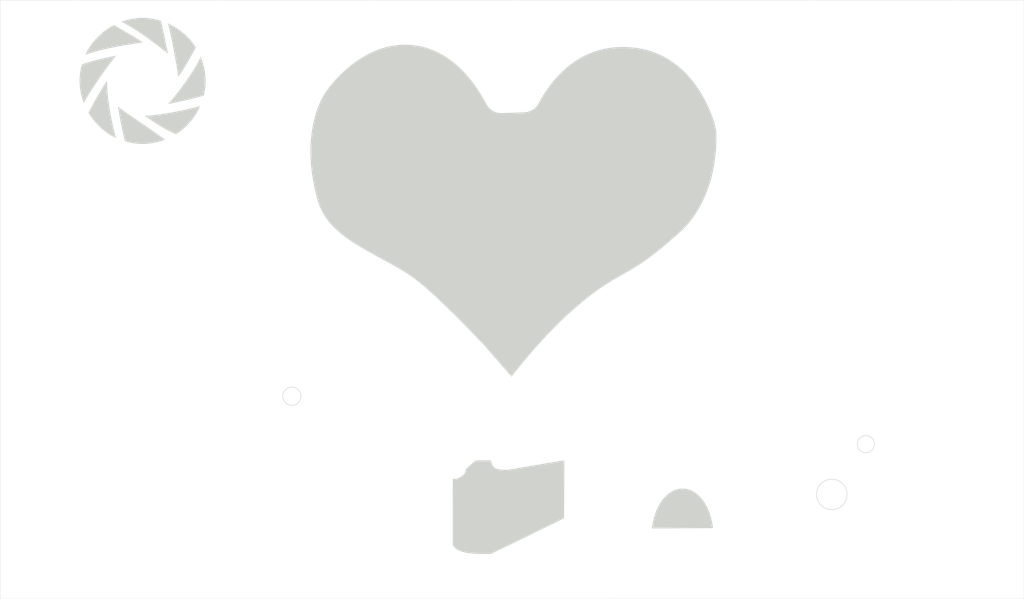
<source format=kicad_pcb>
(kicad_pcb
	(version 20241229)
	(generator "pcbnew")
	(generator_version "9.0")
	(general
		(thickness 1.6)
		(legacy_teardrops no)
	)
	(paper "A4")
	(layers
		(0 "F.Cu" signal)
		(2 "B.Cu" signal)
		(9 "F.Adhes" user "F.Adhesive")
		(11 "B.Adhes" user "B.Adhesive")
		(13 "F.Paste" user)
		(15 "B.Paste" user)
		(5 "F.SilkS" user "F.Silkscreen")
		(7 "B.SilkS" user "B.Silkscreen")
		(1 "F.Mask" user)
		(3 "B.Mask" user)
		(17 "Dwgs.User" user "User.Drawings")
		(19 "Cmts.User" user "User.Comments")
		(21 "Eco1.User" user "User.Eco1")
		(23 "Eco2.User" user "User.Eco2")
		(25 "Edge.Cuts" user)
		(27 "Margin" user)
		(31 "F.CrtYd" user "F.Courtyard")
		(29 "B.CrtYd" user "B.Courtyard")
		(35 "F.Fab" user)
		(33 "B.Fab" user)
		(39 "User.1" user)
		(41 "User.2" user)
		(43 "User.3" user)
		(45 "User.4" user)
	)
	(setup
		(pad_to_mask_clearance 0)
		(allow_soldermask_bridges_in_footprints no)
		(tenting front back)
		(pcbplotparams
			(layerselection 0x00000000_00000000_55555555_5755f5ff)
			(plot_on_all_layers_selection 0x00000000_00000000_00000000_00000000)
			(disableapertmacros no)
			(usegerberextensions yes)
			(usegerberattributes no)
			(usegerberadvancedattributes no)
			(creategerberjobfile no)
			(dashed_line_dash_ratio 12.000000)
			(dashed_line_gap_ratio 3.000000)
			(svgprecision 4)
			(plotframeref no)
			(mode 1)
			(useauxorigin no)
			(hpglpennumber 1)
			(hpglpenspeed 20)
			(hpglpendiameter 15.000000)
			(pdf_front_fp_property_popups yes)
			(pdf_back_fp_property_popups yes)
			(pdf_metadata yes)
			(pdf_single_document no)
			(dxfpolygonmode yes)
			(dxfimperialunits yes)
			(dxfusepcbnewfont yes)
			(psnegative no)
			(psa4output no)
			(plot_black_and_white yes)
			(plotinvisibletext no)
			(sketchpadsonfab no)
			(plotpadnumbers no)
			(hidednponfab no)
			(sketchdnponfab yes)
			(crossoutdnponfab yes)
			(subtractmaskfromsilk yes)
			(outputformat 1)
			(mirror no)
			(drillshape 0)
			(scaleselection 1)
			(outputdirectory "gerbers/")
		)
	)
	(net 0 "")
	(gr_poly
		(pts
			(xy 71.761219 52.337763) (xy 71.20413 52.034998) (xy 70.638361 51.709619) (xy 70.059498 51.35902)
			(xy 69.463129 50.980595) (xy 68.844839 50.571737) (xy 68.200218 50.129842) (xy 67.586781 49.70254)
			(xy 68.094185 49.677602) (xy 68.949656 49.613501) (xy 69.943777 49.501205) (xy 71.045781 49.346057)
			(xy 72.224902 49.153396) (xy 73.450373 48.928564) (xy 74.691429 48.6769) (xy 75.917303 48.403747)
			(xy 77.097229 48.114444) (xy 77.552588 47.998617) (xy 77.701821 47.962716) (xy 77.808139 47.939654)
			(xy 77.878581 47.928052) (xy 77.902547 47.926117) (xy 77.920183 47.926531) (xy 77.932369 47.92912)
			(xy 77.939984 47.933713) (xy 77.943908 47.940137) (xy 77.94502 47.94822) (xy 77.939118 47.969709)
			(xy 77.922231 48.010831) (xy 77.860422 48.14257) (xy 77.769433 48.324633) (xy 77.659105 48.538216)
			(xy 77.539276 48.764514) (xy 77.419787 48.984724) (xy 77.310478 49.180041) (xy 77.221187 49.33166)
			(xy 77.038682 49.61871) (xy 76.847496 49.901196) (xy 76.648167 50.178572) (xy 76.441229 50.450289)
			(xy 76.227219 50.715801) (xy 76.006673 50.97456) (xy 75.780127 51.226017) (xy 75.548118 51.469625)
			(xy 75.311181 51.704838) (xy 75.069853 51.931106) (xy 74.824669 52.147882) (xy 74.576166 52.354619)
			(xy 74.324879 52.550769) (xy 74.071346 52.735785) (xy 73.816102 52.909118) (xy 73.559682 53.070222)
			(xy 73.43103 53.147811) (xy 72.867004 52.885875) (xy 72.314039 52.62052)
		)
		(stroke
			(width 0)
			(type solid)
		)
		(fill yes)
		(layer "Edge.Cuts")
		(uuid "06659bb1-53dd-478a-bc67-506705cfa92c")
	)
	(gr_circle
		(center 196.025 120.475)
		(end 196.025 117.625)
		(stroke
			(width 0.1)
			(type solid)
		)
		(fill no)
		(layer "Edge.Cuts")
		(uuid "35015e23-6066-4ee6-a1c5-ca58f4a58116")
	)
	(gr_poly
		(pts
			(xy 67.906752 35.027737) (xy 67.025674 34.412642) (xy 66.181943 33.849403) (xy 65.366846 33.332068)
			(xy 64.571667 32.854682) (xy 63.787696 32.411292) (xy 63.604211 32.309172) (xy 63.451261 32.221197)
			(xy 63.391229 32.185446) (xy 63.34482 32.15675) (xy 63.314033 32.13628) (xy 63.305121 32.129498)
			(xy 63.300863 32.125211) (xy 63.300351 32.113785) (xy 63.311295 32.100408) (xy 63.365266 32.068336)
			(xy 63.458207 32.030073) (xy 63.585546 31.986693) (xy 63.742712 31.939272) (xy 63.925136 31.888887)
			(xy 64.347471 31.783527) (xy 64.815987 31.679217) (xy 65.294117 31.584565) (xy 65.745297 31.508177)
			(xy 65.949354 31.479522) (xy 66.132962 31.45866) (xy 66.44083 31.428233) (xy 66.641095 31.407132)
			(xy 66.757146 31.400878) (xy 66.9403 31.399379) (xy 67.170389 31.402037) (xy 67.427246 31.408257)
			(xy 67.690704 31.41744) (xy 67.940596 31.428991) (xy 68.156756 31.442313) (xy 68.319015 31.456808)
			(xy 68.587726 31.491273) (xy 68.866341 31.533362) (xy 69.149399 31.581973) (xy 69.431439 31.636005)
			(xy 69.706999 31.694356) (xy 69.970617 31.755924) (xy 70.216831 31.819609) (xy 70.440179 31.884308)
			(xy 70.653764 31.95019) (xy 70.787181 32.542724) (xy 71.166409 34.269309) (xy 71.542591 36.045484)
			(xy 71.826885 37.444145) (xy 71.906809 37.868437) (xy 71.930444 38.038185) (xy 71.928512 38.038744)
			(xy 71.923863 38.037156) (xy 71.90669 38.02774) (xy 71.879475 38.010347) (xy 71.842766 37.985383)
			(xy 71.743056 37.914376) (xy 71.611945 37.817978) (xy 71.453819 37.699451) (xy 71.273063 37.562056)
			(xy 71.074061 37.409055) (xy 70.861198 37.243708) (xy 69.8158 36.437317) (xy 68.83389 35.700644)
		)
		(stroke
			(width 0)
			(type solid)
		)
		(fill yes)
		(layer "Edge.Cuts")
		(uuid "4aece3a7-05e0-4ac8-9640-f6968e18f7fa")
	)
	(gr_poly
		(pts
			(xy 61.837455 32.746511) (xy 61.863868 32.7443) (xy 61.886866 32.746967) (xy 61.90785 32.753934)
			(xy 61.92822 32.764626) (xy 61.97272 32.794872) (xy 62.014274 32.821091) (xy 62.096942 32.870644)
			(xy 62.365825 33.028234) (xy 62.73978 33.244612) (xy 63.17922 33.496745) (xy 64.775665 34.425961)
			(xy 66.095978 35.225243) (xy 66.598803 35.542756) (xy 66.968058 35.787703) (xy 67.182229 35.946721)
			(xy 67.224436 35.989832) (xy 67.228143 36.001557) (xy 67.219804 36.00645) (xy 66.91205 36.043903)
			(xy 66.447009 36.109994) (xy 65.209541 36.3017) (xy 63.836354 36.52879) (xy 62.656403 36.738486)
			(xy 61.909235 36.884361) (xy 61.166 37.039541) (xy 60.43201 37.202736) (xy 59.712575 37.372651) (xy 59.013005 37.547996)
			(xy 58.338611 37.727477) (xy 57.694704 37.909803) (xy 57.086594 38.093682) (xy 56.54433 38.263411)
			(xy 56.578792 38.172065) (xy 56.712958 37.851598) (xy 56.876224 37.521548) (xy 57.066553 37.184183)
			(xy 57.28191 36.841768) (xy 57.520259 36.496569) (xy 57.779565 36.150854) (xy 58.057793 35.806889)
			(xy 58.352906 35.46694) (xy 58.662869 35.133273) (xy 58.985648 34.808156) (xy 59.319205 34.493854)
			(xy 59.661506 34.192633) (xy 60.010515 33.906761) (xy 60.364197 33.638504) (xy 60.720516 33.390128)
			(xy 61.077436 33.163899) (xy 61.335179 33.009074) (xy 61.528849 32.89454) (xy 61.66965 32.81568)
			(xy 61.723725 32.788184) (xy 61.768784 32.767876) (xy 61.806227 32.754177)
		)
		(stroke
			(width 0)
			(type solid)
		)
		(fill yes)
		(layer "Edge.Cuts")
		(uuid "52f82ef6-0ffe-4e9d-9381-ef29c5f0af01")
	)
	(gr_circle
		(center 202.392399 111.081094)
		(end 203.992399 111.081094)
		(stroke
			(width 0.1)
			(type solid)
		)
		(fill no)
		(layer "Edge.Cuts")
		(uuid "74ef0297-bc06-4436-ad1d-36693a7c5096")
	)
	(gr_poly
		(pts
			(xy 125.368878 130.231118) (xy 125.311394 130.14974) (xy 125.25712 130.063964) (xy 125.19629 129.956288)
			(xy 125.175 129.916357) (xy 125.175 123.329197) (xy 125.178965 119.915846) (xy 125.184457 118.702158)
			(xy 125.192739 117.778202) (xy 125.195983 117.588356) (xy 125.292546 117.574097) (xy 125.566529 117.540019)
			(xy 125.779505 117.522034) (xy 125.903206 117.506676) (xy 125.937318 117.49828) (xy 125.972163 117.49378)
			(xy 126.058118 117.468548) (xy 126.145095 117.447141) (xy 126.177478 117.43351) (xy 126.211185 117.423616)
			(xy 126.292126 117.385253) (xy 126.374692 117.3505) (xy 126.404541 117.331973) (xy 126.436289 117.316926)
			(xy 126.541872 117.25067) (xy 126.959166 116.965379) (xy 127.031966 116.911294) (xy 127.042847 116.904064)
			(xy 127.047676 116.899623) (xy 127.059225 116.891043) (xy 127.142143 116.812743) (xy 127.226202 116.735436)
			(xy 127.232719 116.727212) (xy 127.240343 116.720013) (xy 127.310049 116.629631) (xy 127.38092 116.540201)
			(xy 127.386066 116.531067) (xy 127.392475 116.522757) (xy 127.447193 116.422567) (xy 127.503193 116.323166)
			(xy 127.506849 116.313334) (xy 127.511876 116.304129) (xy 127.550229 116.196666) (xy 127.590009 116.089677)
			(xy 127.592083 116.079391) (xy 127.595607 116.069515) (xy 127.616683 115.95734) (xy 127.639229 115.84548)
			(xy 127.639668 115.835003) (xy 127.641605 115.824691) (xy 127.644872 115.710628) (xy 129.435898 114.104739)
			(xy 132.300358 114.086229) (xy 132.323066 114.128265) (xy 132.34625 114.179076) (xy 132.368474 114.237439)
			(xy 132.388576 114.301989) (xy 132.405644 114.371268) (xy 132.427489 114.489877) (xy 132.454863 114.611485)
			(xy 132.467418 114.647063) (xy 132.476003 114.683797) (xy 132.508809 114.764365) (xy 132.537755 114.846397)
			(xy 132.555718 114.879568) (xy 132.569946 114.914512) (xy 132.614951 114.988954) (xy 132.656373 115.065449)
			(xy 132.679308 115.095407) (xy 132.698825 115.127691) (xy 132.754919 115.194174) (xy 132.807799 115.263249)
			(xy 132.835136 115.289248) (xy 132.859464 115.318083) (xy 132.925268 115.374972) (xy 132.988304 115.434926)
			(xy 133.019376 115.456332) (xy 133.047911 115.481002) (xy 133.121804 115.526898) (xy 133.193441 115.576251)
			(xy 133.227468 115.592527) (xy 133.259522 115.612437) (xy 133.339708 115.646216) (xy 133.418163 115.683746)
			(xy 133.454321 115.6945) (xy 133.48909 115.709148) (xy 133.573553 115.729964) (xy 133.656932 115.754764)
			(xy 133.69433 115.759729) (xy 133.730961 115.768758) (xy 133.854656 115.784153) (xy 135.105345 115.890159)
			(xy 135.132037 115.891368) (xy 135.142918 115.892895) (xy 135.159311 115.892604) (xy 135.229867 115.895802)
			(xy 135.310833 115.889919) (xy 135.391987 115.888482) (xy 135.461963 115.87894) (xy 135.47832 115.877752)
			(xy 135.489023 115.87525) (xy 135.515494 115.871641) (xy 137.347588 115.548098) (xy 141.059664 114.92332)
			(xy 143.21489 114.561763) (xy 144.083582 114.416859) (xy 144.824832 114.294372) (xy 145.149807 114.241283)
			(xy 145.447647 114.193143) (xy 145.71754 114.150117) (xy 145.961373 114.111933) (xy 146.047873 114.098696)
			(xy 145.984148 124.938717) (xy 144.61354 125.618097) (xy 139.378353 128.177271) (xy 132.337249 131.6)
			(xy 130.824871 131.602462) (xy 130.134065 131.59513) (xy 129.500369 131.571172) (xy 128.914511 131.530745)
			(xy 128.367924 131.473414) (xy 128.124283 131.440434) (xy 127.885008 131.402721) (xy 127.657549 131.36142)
			(xy 127.442043 131.316723) (xy 127.238291 131.268783) (xy 127.046336 131.217836) (xy 126.866021 131.164099)
			(xy 126.697233 131.10783) (xy 126.539731 131.049278) (xy 126.393361 130.988752) (xy 126.257691 130.926474)
			(xy 126.132425 130.862744) (xy 126.016997 130.797733) (xy 125.910902 130.731635) (xy 125.813448 130.664504)
			(xy 125.723946 130.596342) (xy 125.64164 130.527025) (xy 125.565727 130.456286) (xy 125.495452 130.383758)
			(xy 125.430055 130.308907)
		)
		(stroke
			(width 0)
			(type solid)
		)
		(fill yes)
		(layer "Edge.Cuts")
		(uuid "85e24909-bf94-4ffb-ae7e-6ad1b651d5cd")
	)
	(gr_poly
		(pts
			(xy 55.449166 43.823582) (xy 55.434083 43.487799) (xy 55.428683 43.152715) (xy 55.432948 42.819008)
			(xy 55.446859 42.487357) (xy 55.470397 42.158439) (xy 55.503544 41.832934) (xy 55.546281 41.51152)
			(xy 55.598589 41.194874) (xy 55.66045 40.883675) (xy 55.731846 40.578601) (xy 55.812757 40.280331)
			(xy 55.871627 40.077925) (xy 56.425665 39.897876) (xy 56.954639 39.730206) (xy 57.48054 39.572364)
			(xy 58.012402 39.422026) (xy 58.559264 39.276866) (xy 59.130162 39.134558) (xy 59.734132 38.992777)
			(xy 60.380211 38.849199) (xy 61.077436 38.701496) (xy 62.256287 38.455698) (xy 62.256914 38.455546)
			(xy 62.257442 38.45551) (xy 62.257875 38.455588) (xy 62.258212 38.455776) (xy 62.258455 38.456073)
			(xy 62.258606 38.456476) (xy 62.258666 38.456982) (xy 62.258636 38.457589) (xy 62.258518 38.458295)
			(xy 62.258314 38.459096) (xy 62.258023 38.45999) (xy 62.257649 38.460974) (xy 62.257191 38.462047)
			(xy 62.256653 38.463205) (xy 62.255336 38.465769) (xy 62.253711 38.468643) (xy 62.251787 38.471809)
			(xy 62.249575 38.475246) (xy 62.247088 38.478933) (xy 62.244335 38.482851) (xy 62.241327 38.486979)
			(xy 62.238076 38.491296) (xy 62.234592 38.495782) (xy 61.43466 39.526151) (xy 60.648972 40.572725)
			(xy 59.881721 41.629426) (xy 59.137098 42.69018) (xy 58.419295 43.748909) (xy 57.732503 44.799536)
			(xy 57.080916 45.835987) (xy 56.468726 46.852183) (xy 56.368448 47.020174) (xy 56.284691 47.156098)
			(xy 56.251744 47.207689) (xy 56.22621 47.246047) (xy 56.209184 47.269434) (xy 56.204204 47.274969)
			(xy 56.201761 47.276111) (xy 56.184865 47.250298) (xy 56.162635 47.202406) (xy 56.135747 47.134713)
			(xy 56.104879 47.049497) (xy 56.033909 46.835607) (xy 55.955144 46.57896) (xy 55.874001 46.297777)
			(xy 55.795897 46.010282) (xy 55.72625 45.734698) (xy 55.670478 45.489248) (xy 55.6067 45.160143)
			(xy 55.552699 44.828345) (xy 55.508455 44.494534) (xy 55.47395 44.159386)
		)
		(stroke
			(width 0)
			(type solid)
		)
		(fill yes)
		(layer "Edge.Cuts")
		(uuid "9abe144b-1f6e-41b4-bb12-6f8adc7211b9")
	)
	(gr_poly
		(pts
			(xy 161.357553 37.379579) (xy 162.346436 37.671567) (xy 163.284333 38.016841) (xy 164.174473 38.411659)
			(xy 165.019784 38.852626) (xy 165.822665 39.336498) (xy 166.585049 39.860082) (xy 167.308364 40.420074)
			(xy 167.993773 41.013103) (xy 168.641995 41.635476) (xy 169.253572 42.283298) (xy 169.828924 42.952452)
			(xy 170.368337 43.63854) (xy 170.855101 44.31342) (xy 171.774289 45.755421) (xy 172.53664 47.159172)
			(xy 173.163452 48.510381) (xy 173.658972 49.764583) (xy 174.028028 50.874072) (xy 174.27546 51.783532)
			(xy 174.404793 52.411321) (xy 174.439763 52.716301) (xy 174.46123 53.855885) (xy 174.439993 55.041445)
			(xy 174.37749 56.180161) (xy 174.279498 57.244182) (xy 173.971722 59.323926) (xy 173.552282 61.198402)
			(xy 173.040225 62.902496) (xy 172.45847 64.440825) (xy 171.829674 65.817231) (xy 171.176413 67.034875)
			(xy 170.521407 68.096196) (xy 169.887632 69.003092) (xy 169.29838 69.75706) (xy 168.796296 70.337351)
			(xy 168.015197 71.1301) (xy 167.745966 71.36622) (xy 167.735799 71.375655) (xy 167.725197 71.384596)
			(xy 166.44982 72.522982) (xy 165.30177 73.518823) (xy 164.256757 74.396329) (xy 163.304978 75.166829)
			(xy 162.436317 75.841934) (xy 161.640167 76.43362) (xy 160.905084 76.954356) (xy 160.231794 77.408194)
			(xy 158.930881 78.224727) (xy 157.6671 78.960119) (xy 154.934563 80.52808) (xy 154.86884 80.568284)
			(xy 154.802815 80.607989) (xy 153.065176 81.720478) (xy 152.993675 81.769135) (xy 152.922017 81.817734)
			(xy 151.203436 83.055034) (xy 151.145 83.099646) (xy 151.0861 83.143708) (xy 149.396137 84.483469)
			(xy 149.347832 84.524021) (xy 149.298898 84.563754) (xy 147.647112 85.983622) (xy 147.606741 86.020344)
			(xy 147.565623 86.056142) (xy 145.961574 87.533771) (xy 145.927503 87.566971) (xy 145.892539 87.599304)
			(xy 144.345786 89.112341) (xy 144.316671 89.142465) (xy 144.286679 89.171706) (xy 142.806781 90.6978)
			(xy 142.781652 90.725211) (xy 142.755653 90.751775) (xy 141.352171 92.268574) (xy 141.330263 92.293625)
			(xy 141.307483 92.317897) (xy 139.989977 93.803053) (xy 139.970667 93.82609) (xy 139.950507 93.848403)
			(xy 138.728535 95.279563) (xy 138.703695 95.310364) (xy 138.677903 95.340381) (xy 136.558802 97.951313)
			(xy 136.529685 97.98932) (xy 136.499594 98.026554) (xy 136.155778 98.477292) (xy 131.100175 92.663181)
			(xy 131.051872 92.61068) (xy 131.004084 92.557565) (xy 129.471835 90.947714) (xy 129.460654 90.936607)
			(xy 129.45 90.925) (xy 127.793738 89.219077) (xy 127.781099 89.206768) (xy 127.769018 89.193897)
			(xy 125.749597 87.159657) (xy 125.731806 87.142713) (xy 125.714737 87.125081) (xy 123.504855 84.966784)
			(xy 123.486292 84.949644) (xy 123.468439 84.93178) (xy 122.346044 83.869944) (xy 122.329237 83.854913)
			(xy 122.31306 83.83918) (xy 121.207812 82.822927) (xy 121.185831 82.803824) (xy 121.164589 82.78391)
			(xy 120.098076 81.838775) (xy 120.06817 81.813734) (xy 120.039081 81.787774) (xy 119.032889 80.939287)
			(xy 118.989999 80.905131) (xy 118.947832 80.870039) (xy 118.02355 80.143735) (xy 117.957234 80.094567)
			(xy 117.891134 80.045141) (xy 117.070349 79.466552) (xy 117.069895 79.46625) (xy 117.069682 79.466082)
			(xy 116.995504 79.416874) (xy 116.921965 79.368064) (xy 116.92173 79.367934) (xy 116.921273 79.367632)
			(xy 115.630192 78.562384) (xy 115.587341 78.537298) (xy 115.545167 78.511183) (xy 114.211437 77.736158)
			(xy 114.177384 77.717627) (xy 114.143951 77.698037) (xy 111.405423 76.194886) (xy 108.694514 74.696618)
			(xy 107.430467 73.950303) (xy 106.223346 73.182046) (xy 105.093433 72.389542) (xy 104.051369 71.566552)
			(xy 103.079891 70.683795) (xy 102.665771 70.259857) (xy 102.256599 69.802688) (xy 101.873448 69.332382)
			(xy 101.516345 68.847345) (xy 101.185215 68.345618) (xy 100.880005 67.824904) (xy 100.600713 67.282454)
			(xy 100.347561 66.715216) (xy 100.121085 66.119923) (xy 99.916696 65.475889) (xy 99.586443 64.248853)
			(xy 99.311065 63.069796) (xy 98.891523 60.751725) (xy 98.653727 58.618004) (xy 98.568825 56.641689)
			(xy 98.613389 54.822429) (xy 98.76455 53.160211) (xy 98.999906 51.655309) (xy 99.29737 50.308527)
			(xy 99.635037 49.121193) (xy 99.991043 48.095127) (xy 100.343468 47.232581) (xy 100.657489 46.563389)
			(xy 101.17381 45.630406) (xy 101.337879 45.38056) (xy 101.657156 44.921478) (xy 102.049047 44.401641)
			(xy 102.611446 43.7086) (xy 103.330576 42.89224) (xy 104.198416 41.99376) (xy 105.224935 41.036471)
			(xy 105.761943 40.577598) (xy 106.346744 40.109252) (xy 106.961554 39.650318) (xy 107.605016 39.205494)
			(xy 108.275833 38.779301) (xy 108.972694 38.376123) (xy 109.694365 38.000157) (xy 110.439732 37.655409)
			(xy 111.207901 37.34567) (xy 111.998237 37.074562) (xy 112.810467 36.845562) (xy 113.64469 36.662092)
			(xy 114.50151 36.527596) (xy 115.382037 36.445661) (xy 116.287759 36.420171) (xy 117.220602 36.455408)
			(xy 118.182702 36.556166) (xy 119.179787 36.728399) (xy 119.973696 36.918469) (xy 120.742212 37.152909)
			(xy 121.484752 37.428591) (xy 122.202658 37.743075) (xy 122.896833 38.093931) (xy 123.567882 38.478704)
			(xy 124.216004 38.894765) (xy 124.841194 39.339346) (xy 125.443282 39.809511) (xy 126.02187 40.30206)
			(xy 126.57662 40.813716) (xy 127.088681 41.322699) (xy 128.094729 42.431108) (xy 128.978401 43.534711)
			(xy 129.757228 44.624051) (xy 130.429342 45.666657) (xy 130.993632 46.629637) (xy 131.474924 47.527064)
			(xy 131.542763 47.645459) (xy 131.550554 47.660265) (xy 131.554981 47.666782) (xy 131.563465 47.68159)
			(xy 131.657601 47.817877) (xy 131.750597 47.954802) (xy 131.758721 47.964276) (xy 131.765815 47.974547)
			(xy 131.874591 48.099405) (xy 131.98236 48.22509) (xy 131.991494 48.233594) (xy 131.999693 48.243007)
			(xy 132.121814 48.354947) (xy 132.242929 48.467729) (xy 132.25295 48.475152) (xy 132.262158 48.483593)
			(xy 132.396056 48.581163) (xy 132.529027 48.679668) (xy 132.539823 48.685926) (xy 132.549911 48.693278)
			(xy 132.693841 48.775215) (xy 132.837055 48.858241) (xy 132.848483 48.863251) (xy 132.859331 48.869427)
			(xy 133.011461 48.934704) (xy 133.163139 49.001204) (xy 133.175066 49.004906) (xy 133.186529 49.009825)
			(xy 133.34502 49.057661) (xy 133.503181 49.106757) (xy 133.515438 49.109098) (xy 133.527389 49.112706)
			(xy 133.690298 49.142507) (xy 133.852903 49.173574) (xy 133.865347 49.174528) (xy 133.877625 49.176775)
			(xy 134.042776 49.188143) (xy 134.207906 49.200815) (xy 134.22497 49.200685) (xy 134.232831 49.201227)
			(xy 134.249553 49.200499) (xy 134.385995 49.199467) (xy 138.533716 49.051678) (xy 138.711449 49.040347)
			(xy 138.739602 49.036155) (xy 138.768028 49.034632) (xy 138.915625 49.009944) (xy 139.063613 48.987909)
			(xy 139.09112 48.980591) (xy 139.119197 48.975895) (xy 139.263095 48.934839) (xy 139.407693 48.896371)
			(xy 139.434209 48.886018) (xy 139.461582 48.878209) (xy 139.599966 48.821305) (xy 139.739359 48.766884)
			(xy 139.764552 48.753626) (xy 139.790876 48.742802) (xy 139.922032 48.670754) (xy 140.054442 48.601075)
			(xy 140.077987 48.585084) (xy 140.102939 48.571377) (xy 140.225228 48.485081) (xy 140.348979 48.401032)
			(xy 140.37058 48.38251) (xy 140.393847 48.366091) (xy 140.505702 48.266648) (xy 140.619267 48.169269)
			(xy 140.638666 48.148437) (xy 140.659939 48.129524) (xy 140.759928 48.018214) (xy 140.861906 47.9087)
			(xy 140.878852 47.885824) (xy 140.897872 47.864651) (xy 140.984775 47.742839) (xy 141.073845 47.622602)
			(xy 141.08812 47.597978) (xy 141.104653 47.574804) (xy 141.195533 47.421643) (xy 141.800362 46.333905)
			(xy 142.513542 45.193229) (xy 143.388377 43.960665) (xy 143.857261 43.363829) (xy 144.377648 42.747981)
			(xy 144.934582 42.137643) (xy 145.527951 41.538253) (xy 146.157775 40.95492) (xy 146.824121 40.392573)
			(xy 147.527122 39.855948) (xy 148.267152 39.349502) (xy 149.044837 38.877493) (xy 149.861141 38.443998)
			(xy 150.71749 38.052967) (xy 151.615838 37.708326) (xy 152.558517 37.414171) (xy 153.548478 37.174801)
			(xy 154.588909 36.994944) (xy 155.683332 36.879795) (xy 156.835285 36.835093) (xy 158.048136 36.867107)
			(xy 159.212107 36.972453) (xy 160.313999 37.144991)
		)
		(stroke
			(width 0)
			(type solid)
		)
		(fill yes)
		(layer "Edge.Cuts")
		(uuid "a1296999-ba44-40ba-aec3-3f96ae343937")
	)
	(gr_poly
		(pts
			(xy 57.479127 49.777928) (xy 57.251231 49.429688) (xy 57.186822 49.329765) (xy 57.173954 49.308254)
			(xy 57.16269 49.287268) (xy 57.153187 49.266376) (xy 57.145601 49.245146) (xy 57.140087 49.223146)
			(xy 57.136802 49.199946) (xy 57.136043 49.187761) (xy 57.1359 49.175113) (xy 57.137539 49.148217)
			(xy 57.141873 49.118826) (xy 57.149059 49.086508) (xy 57.159252 49.050831) (xy 57.172608 49.011366)
			(xy 57.189283 48.967679) (xy 57.209433 48.919339) (xy 57.233214 48.865916) (xy 57.260781 48.806977)
			(xy 57.29229 48.742091) (xy 57.327898 48.670827) (xy 57.41203 48.507437) (xy 57.514424 48.313357)
			(xy 57.636327 48.085133) (xy 57.943645 47.51245) (xy 58.170979 47.100122) (xy 58.468878 46.577162)
			(xy 59.187203 45.349656) (xy 59.920287 44.130546) (xy 60.236634 43.618082) (xy 60.489796 43.220447)
			(xy 60.494791 43.212935) (xy 60.4995 43.206184) (xy 60.503938 43.20029) (xy 60.508116 43.195345)
			(xy 60.512047 43.191442) (xy 60.513923 43.189911) (xy 60.515743 43.188675) (xy 60.517508 43.187747)
			(xy 60.519218 43.187137) (xy 60.520876 43.186858) (xy 60.522484 43.186921) (xy 60.524042 43.187339)
			(xy 60.525553 43.188121) (xy 60.527018 43.189282) (xy 60.528438 43.19083) (xy 60.529816 43.19278)
			(xy 60.531152 43.195142) (xy 60.532448 43.197927) (xy 60.533707 43.201148) (xy 60.534928 43.204816)
			(xy 60.536115 43.208943) (xy 60.53839 43.218621) (xy 60.540544 43.230274) (xy 60.542589 43.243995)
			(xy 60.544539 43.259878) (xy 60.546405 43.278016) (xy 60.5482 43.298503) (xy 60.549937 43.321432)
			(xy 60.551629 43.346895) (xy 60.553287 43.374987) (xy 60.556555 43.439429) (xy 60.559843 43.515503)
			(xy 60.56325 43.603956) (xy 60.570826 43.820985) (xy 60.584373 44.138633) (xy 60.604097 44.494275)
			(xy 60.627343 44.844448) (xy 60.651457 45.145687) (xy 60.764647 46.254024) (xy 60.903588 47.366099)
			(xy 61.065957 48.4691) (xy 61.249432 49.550214) (xy 61.45169 50.59663) (xy 61.670409 51.595535) (xy 61.903266 52.534116)
			(xy 62.14794 53.399562) (xy 62.283341 53.846642) (xy 62.192589 53.812379) (xy 61.880825 53.681975)
			(xy 61.559051 53.523209) (xy 61.229494 53.33806) (xy 60.894385 53.128505) (xy 60.555951 52.896519)
			(xy 60.216422 52.644079) (xy 59.878027 52.373164) (xy 59.542993 52.08575) (xy 59.213551 51.783813)
			(xy 58.891929 51.46933) (xy 58.580356 51.144279) (xy 58.28106 50.810637) (xy 57.996271 50.470379)
			(xy 57.728217 50.125484)
		)
		(stroke
			(width 0)
			(type solid)
		)
		(fill yes)
		(layer "Edge.Cuts")
		(uuid "abc4d179-dea2-4d58-b1e0-335bf7c18367")
	)
	(gr_poly
		(pts
			(xy 78.489683 45.979648) (xy 78.458315 45.990636) (xy 78.385128 46.013368) (xy 78.296577 46.038228)
			(xy 78.190949 46.066565) (xy 77.921604 46.139066) (xy 76.319972 46.550755) (xy 74.448304 46.994579)
			(xy 72.83438 47.349577) (xy 72.289004 47.455967) (xy 72.005983 47.49479) (xy 72.004684 47.494369)
			(xy 72.004137 47.493119) (xy 72.004326 47.491062) (xy 72.005234 47.488217) (xy 72.009147 47.480249)
			(xy 72.015745 47.46938) (xy 72.0249 47.455775) (xy 72.036483 47.439601) (xy 72.050364 47.421021)
			(xy 72.066416 47.400202) (xy 72.084508 47.377309) (xy 72.104513 47.352506) (xy 72.149742 47.297836)
			(xy 72.201071 47.237513) (xy 72.257469 47.17286) (xy 73.024363 46.270886) (xy 73.814033 45.281631)
			(xy 74.603172 44.238335) (xy 75.368475 43.174236) (xy 76.086636 42.122573) (xy 76.734351 41.116587)
			(xy 77.288313 40.189514) (xy 77.522854 39.765958) (xy 77.725217 39.374596) (xy 78.064346 38.690251)
			(xy 78.217275 39.086465) (xy 78.250897 39.176128) (xy 78.287901 39.279222) (xy 78.367195 39.511121)
			(xy 78.445448 39.752992) (xy 78.481149 39.86855) (xy 78.512949 39.975663) (xy 78.611266 40.332008)
			(xy 78.698225 40.68352) (xy 78.773857 41.030909) (xy 78.838189 41.374888) (xy 78.891251 41.716166)
			(xy 78.933073 42.055455) (xy 78.963684 42.393466) (xy 78.983112 42.730909) (xy 78.991388 43.068496)
			(xy 78.98854 43.406937) (xy 78.974598 43.746943) (xy 78.94959 44.089226) (xy 78.913547 44.434495)
			(xy 78.866498 44.783462) (xy 78.808471 45.136839) (xy 78.739496 45.495335) (xy 78.722203 45.583669)
			(xy 78.708397 45.659296) (xy 78.696366 45.723564) (xy 78.684394 45.777822) (xy 78.677895 45.801619)
			(xy 78.670768 45.823419) (xy 78.6628 45.84339) (xy 78.653775 45.861702) (xy 78.64348 45.878523) (xy 78.631701 45.894022)
			(xy 78.618222 45.908367) (xy 78.602831 45.921727) (xy 78.585313 45.93427) (xy 78.565453 45.946165)
			(xy 78.543038 45.95758) (xy 78.517852 45.968685)
		)
		(stroke
			(width 0)
			(type solid)
		)
		(fill yes)
		(layer "Edge.Cuts")
		(uuid "ac618100-4ab5-4ac7-a2c0-fafc0da55f07")
	)
	(gr_line
		(start 40.583522 28.087602)
		(end 231.938667 28.130655)
		(stroke
			(width 0.05)
			(type default)
		)
		(layer "Edge.Cuts")
		(uuid "b56efea7-6afc-496e-90bd-a7be13bcea20")
	)
	(gr_poly
		(pts
			(xy 71.952771 32.460378) (xy 71.954954 32.459185) (xy 71.957441 32.458242) (xy 71.960242 32.457553)
			(xy 71.963369 32.457121) (xy 71.966832 32.45695) (xy 71.970643 32.457044) (xy 71.974813 32.457406)
			(xy 71.984274 32.458949) (xy 71.995301 32.461606) (xy 72.007984 32.465408) (xy 72.022411 32.470381)
			(xy 72.03867 32.476555) (xy 72.056849 32.483959) (xy 72.077036 32.49262) (xy 72.09932 32.502568)
			(xy 72.123788 32.51383) (xy 72.179631 32.540414) (xy 72.245272 32.572599) (xy 72.321415 32.610614)
			(xy 72.408766 32.654687) (xy 72.508031 32.705046) (xy 72.865008 32.894029) (xy 73.215495 33.094838)
			(xy 73.558871 33.306911) (xy 73.894515 33.529691) (xy 74.221806 33.762618) (xy 74.540124 34.005133)
			(xy 74.848848 34.256676) (xy 75.147357 34.516689) (xy 75.43503 34.784613) (xy 75.711247 35.059887)
			(xy 75.975386 35.341954) (xy 76.226827 35.630253) (xy 76.464949 35.924226) (xy 76.689132 36.223314)
			(xy 76.898754 36.526957) (xy 77.093195 36.834596) (xy 77.172502 36.96616) (xy 76.510383 38.159232)
			(xy 76.140409 38.819669) (xy 75.794213 39.424439) (xy 75.467834 39.979975) (xy 75.157312 40.492709)
			(xy 74.858687 40.969072) (xy 74.567999 41.415499) (xy 74.281287 41.838419) (xy 73.994592 42.244266)
			(xy 73.870634 42.41618) (xy 73.738014 41.502441) (xy 73.562465 40.365458) (xy 73.354388 39.137211)
			(xy 72.878613 36.597976) (xy 72.629897 35.38251) (xy 72.386616 34.266827) (xy 72.158262 33.298689)
			(xy 71.954324 32.525857) (xy 71.948968 32.505883) (xy 71.947009 32.497041) (xy 71.945647 32.489)
			(xy 71.94497 32.48179) (xy 71.945067 32.475438) (xy 71.945433 32.472593) (xy 71.946026 32.469973)
			(xy 71.946856 32.467582) (xy 71.947934 32.465423) (xy 71.949273 32.463501) (xy 71.950881 32.461818)
		)
		(stroke
			(width 0)
			(type solid)
		)
		(fill yes)
		(layer "Edge.Cuts")
		(uuid "be0c2be8-69ce-4674-968e-40220e5b9eb8")
	)
	(gr_line
		(start 40.583522 139.962602)
		(end 40.583522 28.087602)
		(stroke
			(width 0.05)
			(type default)
		)
		(layer "Edge.Cuts")
		(uuid "c00b076e-25df-44f9-b368-a130607f3cae")
	)
	(gr_line
		(start 231.938667 28.130655)
		(end 231.938667 139.955655)
		(stroke
			(width 0.05)
			(type default)
		)
		(layer "Edge.Cuts")
		(uuid "cd392484-c65d-443a-aafa-da0080657d13")
	)
	(gr_circle
		(center 95.1 102.125)
		(end 95.75 100.55)
		(stroke
			(width 0.1)
			(type solid)
		)
		(fill no)
		(layer "Edge.Cuts")
		(uuid "d4c6a368-2bd4-493e-b9bb-202f70bd8469")
	)
	(gr_line
		(start 231.938667 139.955655)
		(end 40.583522 139.962602)
		(stroke
			(width 0.05)
			(type default)
		)
		(layer "Edge.Cuts")
		(uuid "d54fb290-3d2a-4d1c-a0bb-093b3dc18e49")
	)
	(gr_poly
		(pts
			(xy 63.783314 53.968473) (xy 63.714009 53.679095) (xy 63.583135 53.130686) (xy 63.45934 52.583835)
			(xy 63.338301 52.016407) (xy 63.215691 51.406266) (xy 63.087188 50.731276) (xy 62.948465 49.969302)
			(xy 62.623066 48.095857) (xy 62.616623 48.056758) (xy 62.614341 48.041046) (xy 62.612772 48.027772)
			(xy 62.611983 48.016842) (xy 62.612037 48.008167) (xy 62.612401 48.004645) (xy 62.613 48.001653)
			(xy 62.613843 47.999178) (xy 62.614938 47.99721) (xy 62.616292 47.995736) (xy 62.617915 47.994745)
			(xy 62.619813 47.994226) (xy 62.621996 47.994168) (xy 62.624472 47.994559) (xy 62.627248 47.995387)
			(xy 62.630333 47.996641) (xy 62.633735 47.99831) (xy 62.641522 48.002846) (xy 62.650674 48.008903)
			(xy 62.673337 48.025214) (xy 62.848913 48.157133) (xy 63.171084 48.400723) (xy 63.35568 48.539136)
			(xy 63.552229 48.683093) (xy 63.777991 48.844626) (xy 64.050228 49.035765) (xy 64.80317 49.554988)
			(xy 65.949142 50.33701) (xy 67.300609 51.264359) (xy 68.669192 52.213435) (xy 70.729436 53.648072)
			(xy 70.993311 53.832324) (xy 71.209473 53.986474) (xy 71.355612 54.094389) (xy 71.39545 54.125965)
			(xy 71.405842 54.135276) (xy 71.409416 54.139932) (xy 71.407868 54.14369) (xy 71.403135 54.148344)
			(xy 71.384536 54.160187) (xy 71.354469 54.175168) (xy 71.313781 54.192994) (xy 71.263323 54.213369)
			(xy 71.203942 54.236001) (xy 71.06181 54.286859) (xy 70.894175 54.343217) (xy 70.70783 54.402726)
			(xy 70.509564 54.463034) (xy 70.306169 54.521792) (xy 69.928165 54.622259) (xy 69.554458 54.710023)
			(xy 69.184443 54.785093) (xy 68.817513 54.847478) (xy 68.453062 54.897187) (xy 68.090484 54.934229)
			(xy 67.729174 54.958615) (xy 67.368525 54.970353) (xy 67.007931 54.969451) (xy 66.646785 54.955921)
			(xy 66.284483 54.929769) (xy 65.920418 54.891007) (xy 65.553983 54.839643) (xy 65.184573 54.775686)
			(xy 64.811582 54.699145) (xy 64.434403 54.61003) (xy 64.244379 54.56428) (xy 64.169275 54.545724)
			(xy 64.105557 54.527609) (xy 64.077525 54.518146) (xy 64.051809 54.508108) (xy 64.028232 54.497265)
			(xy 64.006617 54.48539) (xy 63.986788 54.472254) (xy 63.968567 54.457629) (xy 63.951777 54.441285)
			(xy 63.936242 54.422995) (xy 63.921785 54.402529) (xy 63.908229 54.37966) (xy 63.895397 54.354158)
			(xy 63.883112 54.325795) (xy 63.871198 54.294343) (xy 63.859477 54.259573) (xy 63.835909 54.179164)
			(xy 63.810993 54.08274)
		)
		(stroke
			(width 0)
			(type solid)
		)
		(fill yes)
		(layer "Edge.Cuts")
		(uuid "f50c4973-6167-4abe-af47-0d4b10f5a509")
	)
	(gr_poly
		(pts
			(xy 172.875036 123.171879) (xy 173.183378 123.942961) (xy 173.443856 124.770871) (xy 173.652435 125.649975)
			(xy 173.805441 126.574515) (xy 173.825 126.775) (xy 162.392476 126.83274) (xy 162.412922 126.655222)
			(xy 162.482716 126.187316) (xy 162.566953 125.729327) (xy 162.665211 125.282013) (xy 162.777038 124.846188)
			(xy 162.901974 124.422592) (xy 163.039527 124.012003) (xy 163.189171 123.615216) (xy 163.350387 123.232905)
			(xy 163.522579 122.865874) (xy 163.705146 122.514817) (xy 163.89747 122.18039) (xy 164.098888 121.863236)
			(xy 164.308724 121.563933) (xy 164.526268 121.28302) (xy 164.750822 121.02094) (xy 164.981708 120.778033)
			(xy 165.218238 120.554589) (xy 165.459807 120.350762) (xy 165.705909 120.16659) (xy 165.956104 120.002055)
			(xy 166.210201 119.856995) (xy 166.468078 119.731264) (xy 166.729946 119.62465) (xy 166.996204 119.537007)
			(xy 167.267439 119.468306) (xy 167.544487 119.41867) (xy 167.828318 119.388445) (xy 168.120482 119.378218)
			(xy 168.413719 119.388429) (xy 168.699496 119.418385) (xy 168.978053 119.467443) (xy 169.250335 119.535228)
			(xy 169.517105 119.621566) (xy 169.779005 119.726461) (xy 170.036458 119.850025) (xy 170.289688 119.992439)
			(xy 170.538699 120.153883) (xy 170.783338 120.334521) (xy 171.023257 120.534432) (xy 171.258017 120.753631)
			(xy 171.487041 120.992) (xy 171.697127 121.234799) (xy 172.132999 121.821438) (xy 172.523288 122.463054)
		)
		(stroke
			(width 0)
			(type solid)
		)
		(fill yes)
		(layer "Edge.Cuts")
		(uuid "f80fb6da-b01d-450f-8709-b27958d99bf5")
	)
	(embedded_fonts no)
)

</source>
